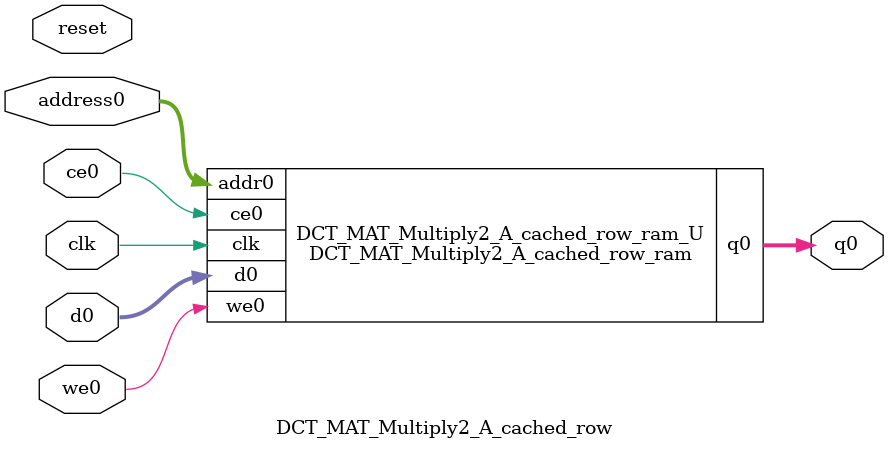
<source format=v>

`timescale 1 ns / 1 ps
module DCT_MAT_Multiply2_A_cached_row_ram (addr0, ce0, d0, we0, q0,  clk);

parameter DWIDTH = 32;
parameter AWIDTH = 3;
parameter MEM_SIZE = 8;

input[AWIDTH-1:0] addr0;
input ce0;
input[DWIDTH-1:0] d0;
input we0;
output reg[DWIDTH-1:0] q0;
input clk;

(* ram_style = "distributed" *)reg [DWIDTH-1:0] ram[MEM_SIZE-1:0];




always @(posedge clk)  
begin 
    if (ce0) 
    begin
        if (we0) 
        begin 
            ram[addr0] <= d0; 
            q0 <= d0;
        end 
        else 
            q0 <= ram[addr0];
    end
end


endmodule


`timescale 1 ns / 1 ps
module DCT_MAT_Multiply2_A_cached_row(
    reset,
    clk,
    address0,
    ce0,
    we0,
    d0,
    q0);

parameter DataWidth = 32'd32;
parameter AddressRange = 32'd8;
parameter AddressWidth = 32'd3;
input reset;
input clk;
input[AddressWidth - 1:0] address0;
input ce0;
input we0;
input[DataWidth - 1:0] d0;
output[DataWidth - 1:0] q0;



DCT_MAT_Multiply2_A_cached_row_ram DCT_MAT_Multiply2_A_cached_row_ram_U(
    .clk( clk ),
    .addr0( address0 ),
    .ce0( ce0 ),
    .d0( d0 ),
    .we0( we0 ),
    .q0( q0 ));

endmodule


</source>
